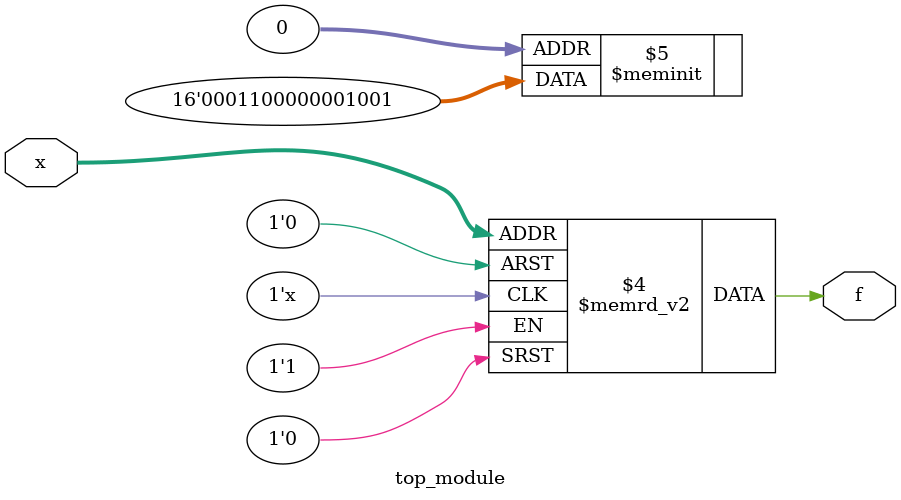
<source format=sv>
module top_module (
    input [4:1] x,
    output logic f
);

    always @(*) begin
        case (x)
            4'b0000, 4'b0011, 4'b1011, 4'b1100: f = 1'b1;
            4'b1110, 4'b1101, 4'b1000, 4'b1001, 4'b1010, 4'b1111: f = 1'b0;
            default: f = 1'b0;
        endcase
    end

endmodule

</source>
